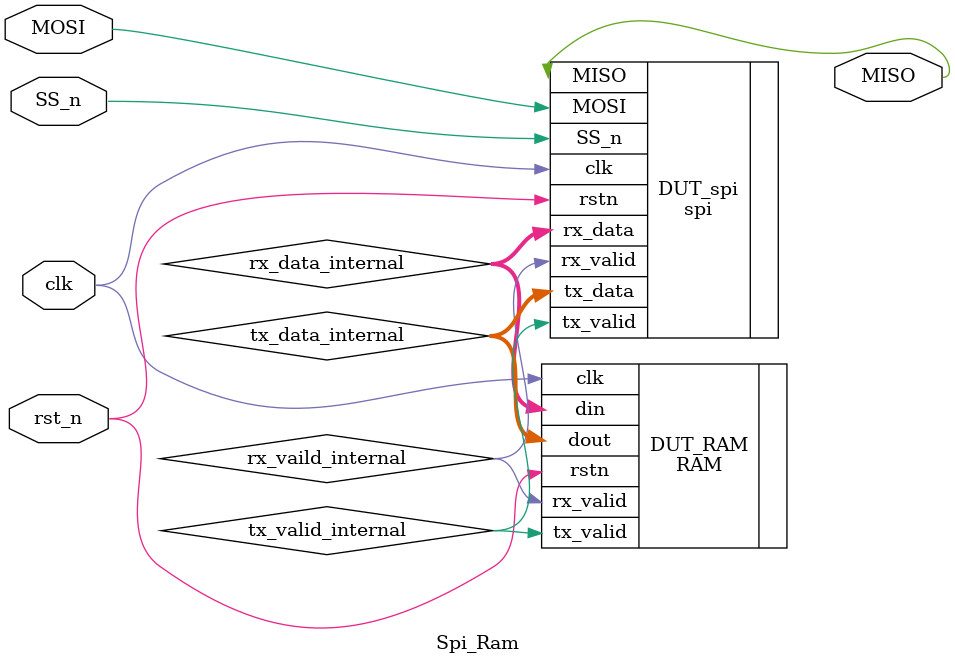
<source format=v>
module Spi_Ram(MOSI,MISO,SS_n,clk,rst_n);
input MOSI,clk,SS_n,rst_n;
output MISO;
wire [9:0] rx_data_internal;
wire rx_vaild_internal,tx_valid_internal;
wire [7:0] tx_data_internal;
spi DUT_spi(.clk(clk),.rstn(rst_n),.MISO(MISO),.MOSI(MOSI),.SS_n(SS_n),.rx_data(rx_data_internal),.rx_valid(rx_vaild_internal),.tx_data(tx_data_internal),.tx_valid(tx_valid_internal));
RAM DUT_RAM(.din(rx_data_internal),.rx_valid(rx_vaild_internal),.tx_valid(tx_valid_internal),.clk(clk),.rstn(rst_n),.dout(tx_data_internal));


endmodule
</source>
